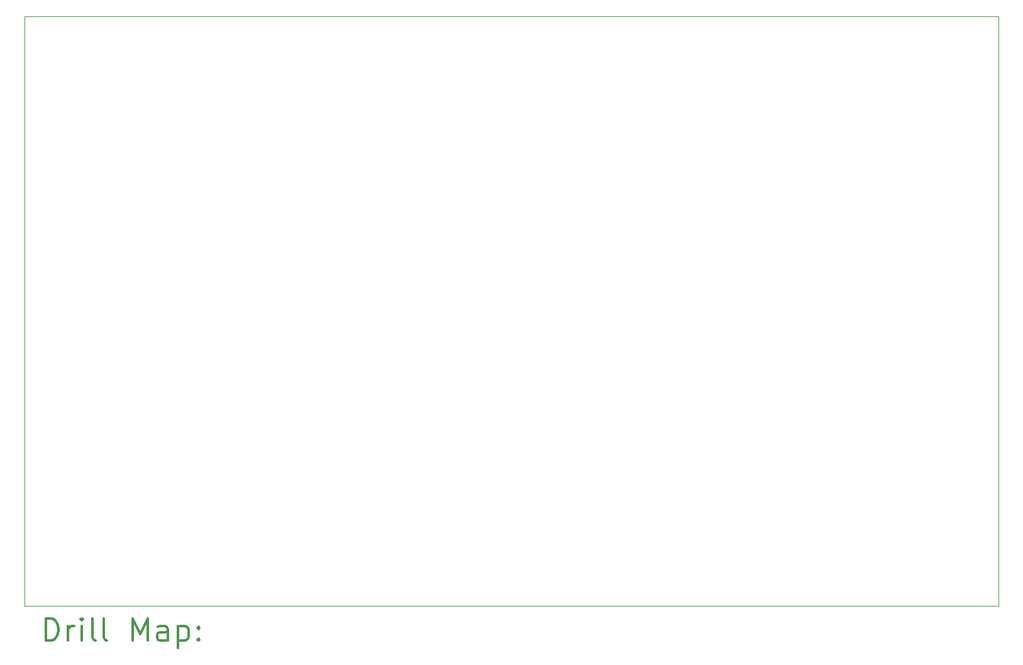
<source format=gbr>
%FSLAX45Y45*%
G04 Gerber Fmt 4.5, Leading zero omitted, Abs format (unit mm)*
G04 Created by KiCad (PCBNEW 5.1.12-84ad8e8a86~92~ubuntu18.04.1) date 2022-05-14 09:19:43*
%MOMM*%
%LPD*%
G01*
G04 APERTURE LIST*
%TA.AperFunction,Profile*%
%ADD10C,0.100000*%
%TD*%
%ADD11C,0.200000*%
%ADD12C,0.300000*%
G04 APERTURE END LIST*
D10*
X16911320Y-3190240D02*
X16911320Y-11130280D01*
X3799840Y-3190240D02*
X16911320Y-3190240D01*
X3799840Y-11130280D02*
X3799840Y-3190240D01*
X16911320Y-11130280D02*
X3799840Y-11130280D01*
D11*
D12*
X4081268Y-11600994D02*
X4081268Y-11300994D01*
X4152697Y-11300994D01*
X4195554Y-11315280D01*
X4224126Y-11343851D01*
X4238411Y-11372423D01*
X4252697Y-11429566D01*
X4252697Y-11472423D01*
X4238411Y-11529566D01*
X4224126Y-11558137D01*
X4195554Y-11586709D01*
X4152697Y-11600994D01*
X4081268Y-11600994D01*
X4381268Y-11600994D02*
X4381268Y-11400994D01*
X4381268Y-11458137D02*
X4395554Y-11429566D01*
X4409840Y-11415280D01*
X4438411Y-11400994D01*
X4466983Y-11400994D01*
X4566983Y-11600994D02*
X4566983Y-11400994D01*
X4566983Y-11300994D02*
X4552697Y-11315280D01*
X4566983Y-11329566D01*
X4581268Y-11315280D01*
X4566983Y-11300994D01*
X4566983Y-11329566D01*
X4752697Y-11600994D02*
X4724126Y-11586709D01*
X4709840Y-11558137D01*
X4709840Y-11300994D01*
X4909840Y-11600994D02*
X4881268Y-11586709D01*
X4866983Y-11558137D01*
X4866983Y-11300994D01*
X5252697Y-11600994D02*
X5252697Y-11300994D01*
X5352697Y-11515280D01*
X5452697Y-11300994D01*
X5452697Y-11600994D01*
X5724126Y-11600994D02*
X5724126Y-11443851D01*
X5709840Y-11415280D01*
X5681268Y-11400994D01*
X5624126Y-11400994D01*
X5595554Y-11415280D01*
X5724126Y-11586709D02*
X5695554Y-11600994D01*
X5624126Y-11600994D01*
X5595554Y-11586709D01*
X5581268Y-11558137D01*
X5581268Y-11529566D01*
X5595554Y-11500994D01*
X5624126Y-11486709D01*
X5695554Y-11486709D01*
X5724126Y-11472423D01*
X5866983Y-11400994D02*
X5866983Y-11700994D01*
X5866983Y-11415280D02*
X5895554Y-11400994D01*
X5952697Y-11400994D01*
X5981268Y-11415280D01*
X5995554Y-11429566D01*
X6009840Y-11458137D01*
X6009840Y-11543851D01*
X5995554Y-11572423D01*
X5981268Y-11586709D01*
X5952697Y-11600994D01*
X5895554Y-11600994D01*
X5866983Y-11586709D01*
X6138411Y-11572423D02*
X6152697Y-11586709D01*
X6138411Y-11600994D01*
X6124126Y-11586709D01*
X6138411Y-11572423D01*
X6138411Y-11600994D01*
X6138411Y-11415280D02*
X6152697Y-11429566D01*
X6138411Y-11443851D01*
X6124126Y-11429566D01*
X6138411Y-11415280D01*
X6138411Y-11443851D01*
M02*

</source>
